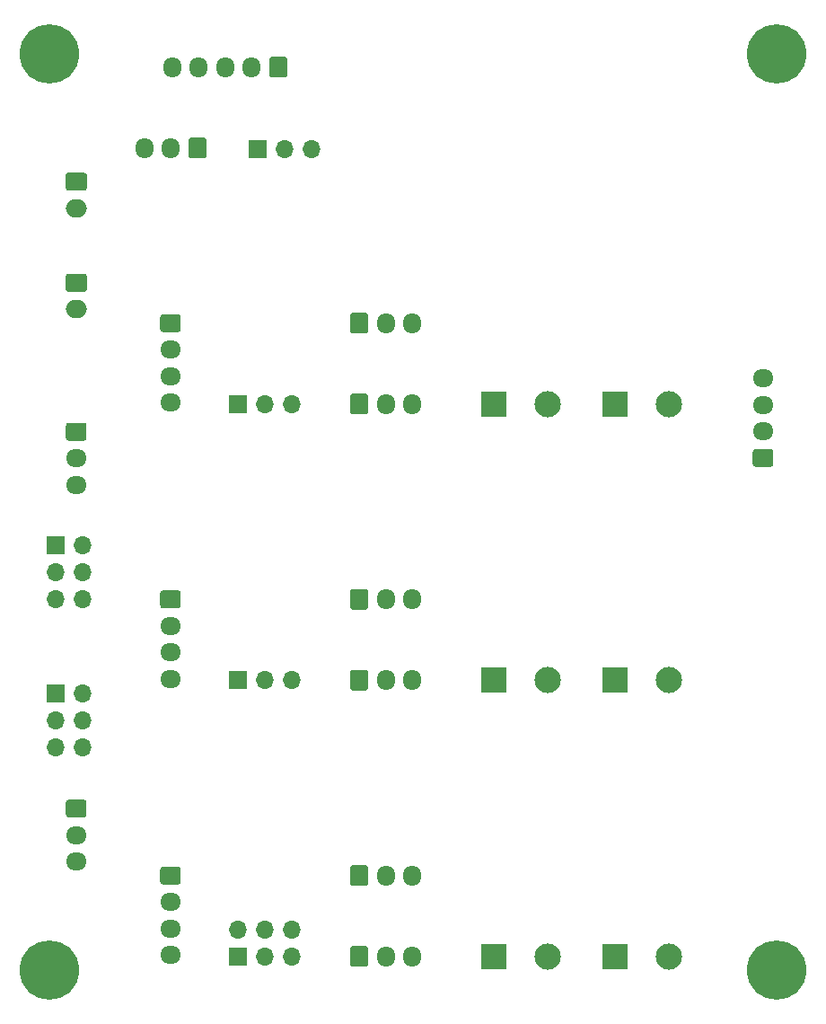
<source format=gbr>
%TF.GenerationSoftware,KiCad,Pcbnew,(5.1.9)-1*%
%TF.CreationDate,2021-01-06T12:08:29+00:00*%
%TF.ProjectId,switcherv0,73776974-6368-4657-9276-302e6b696361,rev?*%
%TF.SameCoordinates,Original*%
%TF.FileFunction,Soldermask,Bot*%
%TF.FilePolarity,Negative*%
%FSLAX46Y46*%
G04 Gerber Fmt 4.6, Leading zero omitted, Abs format (unit mm)*
G04 Created by KiCad (PCBNEW (5.1.9)-1) date 2021-01-06 12:08:29*
%MOMM*%
%LPD*%
G01*
G04 APERTURE LIST*
%ADD10C,5.600000*%
%ADD11C,3.600000*%
%ADD12O,1.950000X1.700000*%
%ADD13O,1.700000X1.700000*%
%ADD14R,1.700000X1.700000*%
%ADD15C,2.475000*%
%ADD16R,2.475000X2.475000*%
%ADD17O,1.700000X1.950000*%
%ADD18O,2.000000X1.700000*%
G04 APERTURE END LIST*
D10*
%TO.C,H3*%
X131347500Y-175410000D03*
D11*
X131347500Y-175410000D03*
%TD*%
D10*
%TO.C,H2*%
X131347500Y-89050000D03*
D11*
X131347500Y-89050000D03*
%TD*%
D10*
%TO.C,H1*%
X62767500Y-175410000D03*
D11*
X62767500Y-175410000D03*
%TD*%
D10*
%TO.C,H0*%
X62767500Y-89050000D03*
D11*
X62767500Y-89050000D03*
%TD*%
D12*
%TO.C,J21*%
X65307500Y-165210000D03*
X65307500Y-162710000D03*
G36*
G01*
X64582500Y-159360000D02*
X66032500Y-159360000D01*
G75*
G02*
X66282500Y-159610000I0J-250000D01*
G01*
X66282500Y-160810000D01*
G75*
G02*
X66032500Y-161060000I-250000J0D01*
G01*
X64582500Y-161060000D01*
G75*
G02*
X64332500Y-160810000I0J250000D01*
G01*
X64332500Y-159610000D01*
G75*
G02*
X64582500Y-159360000I250000J0D01*
G01*
G37*
%TD*%
D13*
%TO.C,JP6*%
X87532500Y-98067000D03*
X84992500Y-98067000D03*
D14*
X82452500Y-98067000D03*
%TD*%
D15*
%TO.C,J3*%
X121187500Y-174140000D03*
D16*
X116107500Y-174140000D03*
%TD*%
D15*
%TO.C,J2*%
X109757500Y-174140000D03*
D16*
X104677500Y-174140000D03*
%TD*%
D15*
%TO.C,J4*%
X121187500Y-148105000D03*
D16*
X116107500Y-148105000D03*
%TD*%
D15*
%TO.C,J5*%
X109757500Y-148105000D03*
D16*
X104677500Y-148105000D03*
%TD*%
D15*
%TO.C,J6*%
X109757500Y-122070000D03*
D16*
X104677500Y-122070000D03*
%TD*%
D15*
%TO.C,J7*%
X121187500Y-122070000D03*
D16*
X116107500Y-122070000D03*
%TD*%
D17*
%TO.C,J19*%
X71737500Y-97940000D03*
X74237500Y-97940000D03*
G36*
G01*
X77587500Y-97215000D02*
X77587500Y-98665000D01*
G75*
G02*
X77337500Y-98915000I-250000J0D01*
G01*
X76137500Y-98915000D01*
G75*
G02*
X75887500Y-98665000I0J250000D01*
G01*
X75887500Y-97215000D01*
G75*
G02*
X76137500Y-96965000I250000J0D01*
G01*
X77337500Y-96965000D01*
G75*
G02*
X77587500Y-97215000I0J-250000D01*
G01*
G37*
%TD*%
%TO.C,J9*%
X96977500Y-166520000D03*
X94477500Y-166520000D03*
G36*
G01*
X91127500Y-167245000D02*
X91127500Y-165795000D01*
G75*
G02*
X91377500Y-165545000I250000J0D01*
G01*
X92577500Y-165545000D01*
G75*
G02*
X92827500Y-165795000I0J-250000D01*
G01*
X92827500Y-167245000D01*
G75*
G02*
X92577500Y-167495000I-250000J0D01*
G01*
X91377500Y-167495000D01*
G75*
G02*
X91127500Y-167245000I0J250000D01*
G01*
G37*
%TD*%
D12*
%TO.C,J15*%
X74197500Y-147985000D03*
X74197500Y-145485000D03*
X74197500Y-142985000D03*
G36*
G01*
X73472500Y-139635000D02*
X74922500Y-139635000D01*
G75*
G02*
X75172500Y-139885000I0J-250000D01*
G01*
X75172500Y-141085000D01*
G75*
G02*
X74922500Y-141335000I-250000J0D01*
G01*
X73472500Y-141335000D01*
G75*
G02*
X73222500Y-141085000I0J250000D01*
G01*
X73222500Y-139885000D01*
G75*
G02*
X73472500Y-139635000I250000J0D01*
G01*
G37*
%TD*%
%TO.C,J1*%
X130077500Y-119650000D03*
X130077500Y-122150000D03*
X130077500Y-124650000D03*
G36*
G01*
X130802500Y-128000000D02*
X129352500Y-128000000D01*
G75*
G02*
X129102500Y-127750000I0J250000D01*
G01*
X129102500Y-126550000D01*
G75*
G02*
X129352500Y-126300000I250000J0D01*
G01*
X130802500Y-126300000D01*
G75*
G02*
X131052500Y-126550000I0J-250000D01*
G01*
X131052500Y-127750000D01*
G75*
G02*
X130802500Y-128000000I-250000J0D01*
G01*
G37*
%TD*%
%TO.C,J14*%
X74197500Y-174020000D03*
X74197500Y-171520000D03*
X74197500Y-169020000D03*
G36*
G01*
X73472500Y-165670000D02*
X74922500Y-165670000D01*
G75*
G02*
X75172500Y-165920000I0J-250000D01*
G01*
X75172500Y-167120000D01*
G75*
G02*
X74922500Y-167370000I-250000J0D01*
G01*
X73472500Y-167370000D01*
G75*
G02*
X73222500Y-167120000I0J250000D01*
G01*
X73222500Y-165920000D01*
G75*
G02*
X73472500Y-165670000I250000J0D01*
G01*
G37*
%TD*%
%TO.C,J16*%
X74197500Y-121950000D03*
X74197500Y-119450000D03*
X74197500Y-116950000D03*
G36*
G01*
X73472500Y-113600000D02*
X74922500Y-113600000D01*
G75*
G02*
X75172500Y-113850000I0J-250000D01*
G01*
X75172500Y-115050000D01*
G75*
G02*
X74922500Y-115300000I-250000J0D01*
G01*
X73472500Y-115300000D01*
G75*
G02*
X73222500Y-115050000I0J250000D01*
G01*
X73222500Y-113850000D01*
G75*
G02*
X73472500Y-113600000I250000J0D01*
G01*
G37*
%TD*%
%TO.C,J22*%
X65307500Y-129690000D03*
X65307500Y-127190000D03*
G36*
G01*
X64582500Y-123840000D02*
X66032500Y-123840000D01*
G75*
G02*
X66282500Y-124090000I0J-250000D01*
G01*
X66282500Y-125290000D01*
G75*
G02*
X66032500Y-125540000I-250000J0D01*
G01*
X64582500Y-125540000D01*
G75*
G02*
X64332500Y-125290000I0J250000D01*
G01*
X64332500Y-124090000D01*
G75*
G02*
X64582500Y-123840000I250000J0D01*
G01*
G37*
%TD*%
D13*
%TO.C,JP5*%
X65942500Y-140485000D03*
X63402500Y-140485000D03*
X65942500Y-137945000D03*
X63402500Y-137945000D03*
X65942500Y-135405000D03*
D14*
X63402500Y-135405000D03*
%TD*%
D13*
%TO.C,JP4*%
X65942500Y-154455000D03*
X63402500Y-154455000D03*
X65942500Y-151915000D03*
X63402500Y-151915000D03*
X65942500Y-149375000D03*
D14*
X63402500Y-149375000D03*
%TD*%
D17*
%TO.C,J20*%
X74357500Y-90320000D03*
X76857500Y-90320000D03*
X79357500Y-90320000D03*
X81857500Y-90320000D03*
G36*
G01*
X85207500Y-89595000D02*
X85207500Y-91045000D01*
G75*
G02*
X84957500Y-91295000I-250000J0D01*
G01*
X83757500Y-91295000D01*
G75*
G02*
X83507500Y-91045000I0J250000D01*
G01*
X83507500Y-89595000D01*
G75*
G02*
X83757500Y-89345000I250000J0D01*
G01*
X84957500Y-89345000D01*
G75*
G02*
X85207500Y-89595000I0J-250000D01*
G01*
G37*
%TD*%
D18*
%TO.C,J17*%
X65307500Y-113140000D03*
G36*
G01*
X64557500Y-109790000D02*
X66057500Y-109790000D01*
G75*
G02*
X66307500Y-110040000I0J-250000D01*
G01*
X66307500Y-111240000D01*
G75*
G02*
X66057500Y-111490000I-250000J0D01*
G01*
X64557500Y-111490000D01*
G75*
G02*
X64307500Y-111240000I0J250000D01*
G01*
X64307500Y-110040000D01*
G75*
G02*
X64557500Y-109790000I250000J0D01*
G01*
G37*
%TD*%
D17*
%TO.C,J12*%
X96977500Y-114450000D03*
X94477500Y-114450000D03*
G36*
G01*
X91127500Y-115175000D02*
X91127500Y-113725000D01*
G75*
G02*
X91377500Y-113475000I250000J0D01*
G01*
X92577500Y-113475000D01*
G75*
G02*
X92827500Y-113725000I0J-250000D01*
G01*
X92827500Y-115175000D01*
G75*
G02*
X92577500Y-115425000I-250000J0D01*
G01*
X91377500Y-115425000D01*
G75*
G02*
X91127500Y-115175000I0J250000D01*
G01*
G37*
%TD*%
%TO.C,J10*%
X96977500Y-148105000D03*
X94477500Y-148105000D03*
G36*
G01*
X91127500Y-148830000D02*
X91127500Y-147380000D01*
G75*
G02*
X91377500Y-147130000I250000J0D01*
G01*
X92577500Y-147130000D01*
G75*
G02*
X92827500Y-147380000I0J-250000D01*
G01*
X92827500Y-148830000D01*
G75*
G02*
X92577500Y-149080000I-250000J0D01*
G01*
X91377500Y-149080000D01*
G75*
G02*
X91127500Y-148830000I0J250000D01*
G01*
G37*
%TD*%
%TO.C,J8*%
X96977500Y-174140000D03*
X94477500Y-174140000D03*
G36*
G01*
X91127500Y-174865000D02*
X91127500Y-173415000D01*
G75*
G02*
X91377500Y-173165000I250000J0D01*
G01*
X92577500Y-173165000D01*
G75*
G02*
X92827500Y-173415000I0J-250000D01*
G01*
X92827500Y-174865000D01*
G75*
G02*
X92577500Y-175115000I-250000J0D01*
G01*
X91377500Y-175115000D01*
G75*
G02*
X91127500Y-174865000I0J250000D01*
G01*
G37*
%TD*%
D13*
%TO.C,JP0*%
X85627500Y-171600000D03*
X85627500Y-174140000D03*
X83087500Y-171600000D03*
X83087500Y-174140000D03*
X80547500Y-171600000D03*
D14*
X80547500Y-174140000D03*
%TD*%
D17*
%TO.C,J13*%
X96977500Y-122070000D03*
X94477500Y-122070000D03*
G36*
G01*
X91127500Y-122795000D02*
X91127500Y-121345000D01*
G75*
G02*
X91377500Y-121095000I250000J0D01*
G01*
X92577500Y-121095000D01*
G75*
G02*
X92827500Y-121345000I0J-250000D01*
G01*
X92827500Y-122795000D01*
G75*
G02*
X92577500Y-123045000I-250000J0D01*
G01*
X91377500Y-123045000D01*
G75*
G02*
X91127500Y-122795000I0J250000D01*
G01*
G37*
%TD*%
%TO.C,J11*%
X96977500Y-140485000D03*
X94477500Y-140485000D03*
G36*
G01*
X91127500Y-141210000D02*
X91127500Y-139760000D01*
G75*
G02*
X91377500Y-139510000I250000J0D01*
G01*
X92577500Y-139510000D01*
G75*
G02*
X92827500Y-139760000I0J-250000D01*
G01*
X92827500Y-141210000D01*
G75*
G02*
X92577500Y-141460000I-250000J0D01*
G01*
X91377500Y-141460000D01*
G75*
G02*
X91127500Y-141210000I0J250000D01*
G01*
G37*
%TD*%
D18*
%TO.C,J18*%
X65307500Y-103615000D03*
G36*
G01*
X64557500Y-100265000D02*
X66057500Y-100265000D01*
G75*
G02*
X66307500Y-100515000I0J-250000D01*
G01*
X66307500Y-101715000D01*
G75*
G02*
X66057500Y-101965000I-250000J0D01*
G01*
X64557500Y-101965000D01*
G75*
G02*
X64307500Y-101715000I0J250000D01*
G01*
X64307500Y-100515000D01*
G75*
G02*
X64557500Y-100265000I250000J0D01*
G01*
G37*
%TD*%
D14*
%TO.C,JP1*%
X80547500Y-148105000D03*
D13*
X83087500Y-148105000D03*
X85627500Y-148105000D03*
%TD*%
%TO.C,JP2*%
X85627500Y-122070000D03*
X83087500Y-122070000D03*
D14*
X80547500Y-122070000D03*
%TD*%
M02*

</source>
